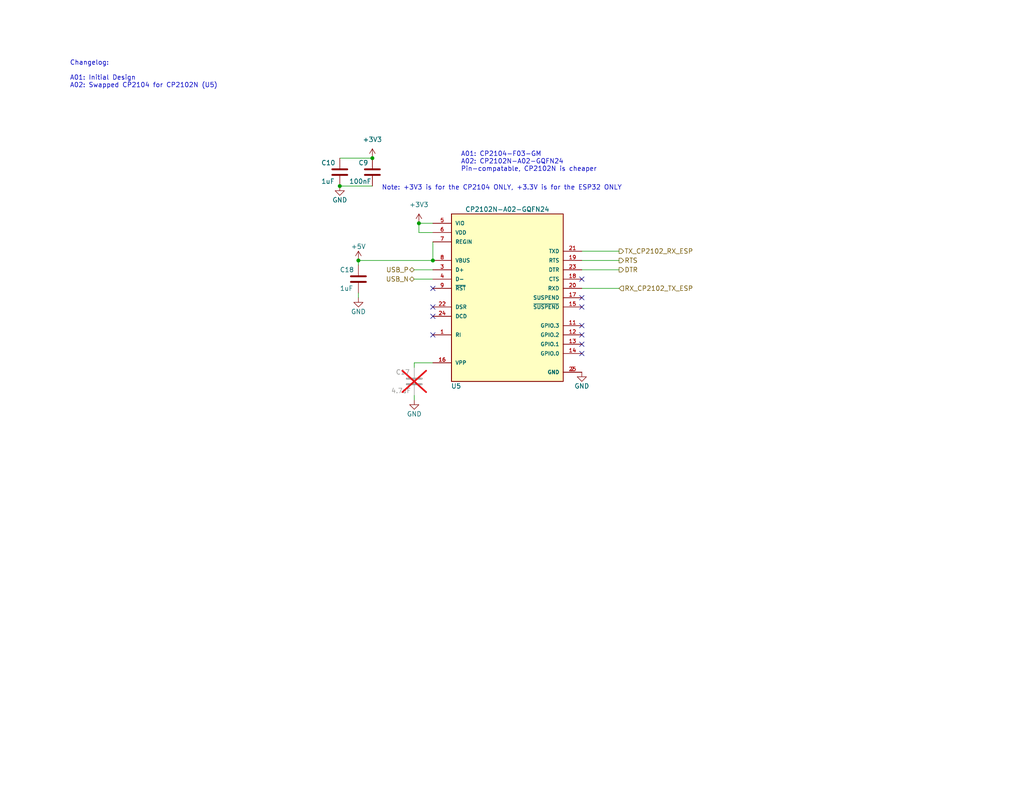
<source format=kicad_sch>
(kicad_sch (version 20230121) (generator eeschema)
  (paper "USLetter")
  (title_block (title "RGB LED Driver Demo Board") (date "2024-01-02") (rev "A02") (company "The Art and Science of PCB Design"))
  (lib_symbols
    (symbol "CP2104-F03-GM:CP2104-F03-GM" (pin_names (offset 1.016))
      (property "Reference" "U5" (at -13.97 -24.13 0))
      (property "Value" "CP2104-F03-GM" (at 0 24.13 0))
      (symbol "CP2104-F03-GM_0_0"
        (rectangle (start -15.24 -22.86) (end 15.24 22.86) (stroke (width 0.254)) (fill (type background)))
        (pin input line (at -20.32 -10.16 0) (length 5.08) (name "RI") (number "1"))
        (pin bidirectional line (at 20.32 -7.62 180) (length 5.08) (name "GPIO.3") (number "11"))
        (pin bidirectional line (at 20.32 -10.16 180) (length 5.08) (name "GPIO.2") (number "12"))
        (pin bidirectional line (at 20.32 -12.7 180) (length 5.08) (name "GPIO.1") (number "13"))
        (pin bidirectional line (at 20.32 -15.24 180) (length 5.08) (name "GPIO.0") (number "14"))
        (pin output line (at 20.32 -2.54 180) (length 5.08) (name "~{SUSPEND}") (number "15"))
        (pin passive line (at -20.32 -17.78 0) (length 5.08) (name "VPP") (number "16"))
        (pin output line (at 20.32 0 180) (length 5.08) (name "SUSPEND") (number "17"))
        (pin input line (at 20.32 5.08 180) (length 5.08) (name "CTS") (number "18"))
        (pin output line (at 20.32 10.16 180) (length 5.08) (name "RTS") (number "19"))
        (pin power_in line (at 20.32 -20.32 180) (length 5.08) (name "GND") (number "2"))
        (pin input line (at 20.32 2.54 180) (length 5.08) (name "RXD") (number "20"))
        (pin output line (at 20.32 12.7 180) (length 5.08) (name "TXD") (number "21"))
        (pin input line (at -20.32 -2.54 0) (length 5.08) (name "DSR") (number "22"))
        (pin output line (at 20.32 7.62 180) (length 5.08) (name "DTR") (number "23"))
        (pin input line (at -20.32 -5.08 0) (length 5.08) (name "DCD") (number "24"))
        (pin power_in line (at 20.32 -20.32 180) (length 5.08) (name "GND") (number "25"))
        (pin bidirectional line (at -20.32 7.62 0) (length 5.08) (name "D+") (number "3"))
        (pin bidirectional line (at -20.32 5.08 0) (length 5.08) (name "D-") (number "4"))
        (pin power_in line (at -20.32 20.32 0) (length 5.08) (name "VIO") (number "5"))
        (pin power_in line (at -20.32 17.78 0) (length 5.08) (name "VDD") (number "6"))
        (pin input line (at -20.32 15.24 0) (length 5.08) (name "REGIN") (number "7"))
        (pin input line (at -20.32 10.16 0) (length 5.08) (name "VBUS") (number "8"))
        (pin input line (at -20.32 2.54 0) (length 5.08) (name "~{RST}") (number "9"))
      )
    )
    (symbol "Device:C" (pin_numbers hide) (pin_names (offset 0.254))
      (property "Reference" "C" (at 0.635 2.54 0))
      (property "Value" "C" (at 0.635 -2.54 0))
      (symbol "C_0_1"
        (polyline (pts (xy -2.032 -0.762) (xy 2.032 -0.762)) (stroke (width 0.508)))
        (polyline (pts (xy -2.032 0.762) (xy 2.032 0.762)) (stroke (width 0.508)))
      )
      (symbol "C_1_1"
        (pin passive line (at 0 3.81 270) (length 2.794) (name "~") (number "1"))
        (pin passive line (at 0 -3.81 90) (length 2.794) (name "~") (number "2"))
      )
    )
    (symbol "power:+3V3" (power) (pin_names (offset 0))
      (property "Value" "+3V3" (at 0 3.556 0))
      (symbol "+3V3_0_1"
        (polyline (pts (xy -0.762 1.27) (xy 0 2.54)))
        (polyline (pts (xy 0 0) (xy 0 2.54)))
        (polyline (pts (xy 0 2.54) (xy 0.762 1.27)))
      )
      (symbol "+3V3_1_1"
        (pin power_in line (at 0 0 90) (length 0) hide (name "+3V3") (number "1"))
      )
    )
    (symbol "power:+5V" (power) (pin_names (offset 0))
      (property "Value" "+5V" (at 0 3.556 0))
      (symbol "+5V_0_1"
        (polyline (pts (xy -0.762 1.27) (xy 0 2.54)))
        (polyline (pts (xy 0 0) (xy 0 2.54)))
        (polyline (pts (xy 0 2.54) (xy 0.762 1.27)))
      )
      (symbol "+5V_1_1"
        (pin power_in line (at 0 0 90) (length 0) hide (name "+5V") (number "1"))
      )
    )
    (symbol "power:GND" (power) (pin_names (offset 0))
      (property "Value" "GND" (at 0 -3.81 0))
      (symbol "GND_0_1"
        (polyline (pts (xy 0 0) (xy 0 -1.27) (xy 1.27 -1.27) (xy 0 -2.54) (xy -1.27 -1.27) (xy 0 -1.27)))
      )
      (symbol "GND_1_1"
        (pin power_in line (at 0 0 270) (length 0) hide (name "GND") (number "1"))
      )
    )
  )
  (junction (at 92.71 50.8))
  (junction (at 114.3 60.96))
  (junction (at 101.6 43.18))
  (junction (at 118.11 71.12))
  (junction (at 97.79 71.12))
  (no_connect (at 158.75 76.2))
  (no_connect (at 118.11 78.74))
  (no_connect (at 158.75 91.44))
  (no_connect (at 158.75 81.28))
  (no_connect (at 158.75 93.98))
  (no_connect (at 118.11 86.36))
  (no_connect (at 118.11 91.44))
  (no_connect (at 158.75 83.82))
  (no_connect (at 158.75 96.52))
  (no_connect (at 118.11 83.82))
  (no_connect (at 158.75 88.9))
  (wire (pts (xy 113.03 99.06) (xy 113.03 100.33)))
  (wire (pts (xy 158.75 71.12) (xy 168.91 71.12)))
  (wire (pts (xy 113.03 76.2) (xy 118.11 76.2)))
  (wire (pts (xy 158.75 73.66) (xy 168.91 73.66)))
  (wire (pts (xy 114.3 60.96) (xy 114.3 63.5)))
  (wire (pts (xy 158.75 68.58) (xy 168.91 68.58)))
  (wire (pts (xy 118.11 99.06) (xy 113.03 99.06)))
  (wire (pts (xy 118.11 66.04) (xy 118.11 71.12)))
  (wire (pts (xy 92.71 50.8) (xy 101.6 50.8)))
  (wire (pts (xy 113.03 73.66) (xy 118.11 73.66)))
  (wire (pts (xy 114.3 63.5) (xy 118.11 63.5)))
  (wire (pts (xy 113.03 107.95) (xy 113.03 109.22)))
  (wire (pts (xy 92.71 43.18) (xy 101.6 43.18)))
  (wire (pts (xy 97.79 71.12) (xy 118.11 71.12)))
  (wire (pts (xy 114.3 60.96) (xy 118.11 60.96)))
  (wire (pts (xy 97.79 72.39) (xy 97.79 71.12)))
  (wire (pts (xy 158.75 78.74) (xy 168.91 78.74)))
  (wire (pts (xy 97.79 81.28) (xy 97.79 80.01)))
  (text "Note: +3V3 is for the CP2104 ONLY, +3.3V is for the ESP32 ONLY" (at 104.14 52.07 0) (effects (font (size 1.27 1.27)) (justify left bottom)))
  (text "A01: CP2104-F03-GM\nA02: CP2102N-A02-GQFN24\nPin-compatable, CP2102N is cheaper" (at 125.73 46.99 0) (effects (font (size 1.27 1.27)) (justify left bottom)))
  (text "Changelog:\n\nA01: Initial Design\nA02: Swapped CP2104 for CP2102N (U5)" (at 19.05 24.13 0) (effects (font (size 1.27 1.27)) (justify left bottom)))
  (hierarchical_label "DTR" (shape output) (at 168.91 73.66 0))
  (hierarchical_label "RX_CP2102_TX_ESP" (shape input) (at 168.91 78.74 0))
  (hierarchical_label "TX_CP2102_RX_ESP" (shape output) (at 168.91 68.58 0))
  (hierarchical_label "USB_P" (shape bidirectional) (at 113.03 73.66 180))
  (hierarchical_label "RTS" (shape output) (at 168.91 71.12 0))
  (hierarchical_label "USB_N" (shape bidirectional) (at 113.03 76.2 180))
  (symbol (lib_id "Device:C") (at 101.6 46.99 0) (unit 1)
    (property "Reference" "C9" (at 97.79 44.45 0) (effects (justify left)))
    (property "Value" "100nF" (at 95.25 49.53 0) (effects (justify left)))
    (property "Footprint" "Capacitor_SMD:C_0805_2012Metric_Pad1.18x1.45mm_HandSolder" (effects hide))
    (property "Digikey PN" "1276-1003-1-ND" (effects hide))
    (property "MPN" "CL21B104KBCNNNC" (effects hide))
  )
  (symbol (lib_id "power:GND") (at 97.79 81.28 0) (unit 1)
    (property "Reference" "#PWR061" (effects hide))
    (property "Value" "GND" (at 97.79 85.09 0))
  )
  (symbol (lib_id "power:+5V") (at 97.79 71.12 0) (unit 1)
    (property "Reference" "#PWR046" (effects hide))
    (property "Value" "+5V" (at 97.79 67.31 0))
  )
  (symbol (lib_id "power:+3V3") (at 101.6 43.18 0) (unit 1)
    (property "Reference" "#PWR059" (effects hide))
    (property "Value" "+3V3" (at 101.6 38.1 0))
  )
  (symbol (lib_id "CP2104-F03-GM:CP2104-F03-GM") (at 138.43 81.28 0) (unit 1)
    (property "Reference" "U5" (at 124.46 105.41 0))
    (property "Value" "CP2102N-A02-GQFN24" (at 138.43 57.15 0))
    (property "Footprint" "Package_DFN_QFN:QFN-24-1EP_4x4mm_P0.5mm_EP2.6x2.6mm" (effects hide))
    (property "Datasheet" "https://www.silabs.com/documents/public/data-sheets/cp2102n-datasheet.pdf" (effects hide))
    (property "Digikey PN" "336-4146-1-ND" (effects hide))
    (property "MPN" "CP2102N-A02-GQFN24" (effects hide))
  )
  (symbol (lib_id "Device:C") (at 92.71 46.99 0) (unit 1)
    (property "Reference" "C10" (at 87.63 44.45 0) (effects (justify left)))
    (property "Value" "1uF" (at 87.63 49.53 0) (effects (justify left)))
    (property "Footprint" "Capacitor_SMD:C_0805_2012Metric_Pad1.18x1.45mm_HandSolder" (effects hide))
    (property "Digikey PN" "1276-1029-1-ND" (effects hide))
    (property "MPN" "CL21B105KBFNNNE" (effects hide))
  )
  (symbol (lib_id "power:GND") (at 92.71 50.8 0) (unit 1)
    (property "Reference" "#PWR019" (effects hide))
    (property "Value" "GND" (at 92.71 54.61 0))
  )
  (symbol (lib_id "power:+3V3") (at 114.3 60.96 0) (unit 1)
    (property "Reference" "#PWR018" (effects hide))
    (property "Value" "+3V3" (at 114.3 55.88 0))
  )
  (symbol (lib_id "Device:C") (at 97.79 76.2 0) (unit 1)
    (property "Reference" "C18" (at 92.71 73.66 0) (effects (justify left)))
    (property "Value" "1uF" (at 92.71 78.74 0) (effects (justify left)))
    (property "Footprint" "Capacitor_SMD:C_0805_2012Metric_Pad1.18x1.45mm_HandSolder" (effects hide))
    (property "Digikey PN" "1276-1029-1-ND" (effects hide))
    (property "MPN" "CL21B105KBFNNNE" (effects hide))
  )
  (symbol (lib_id "power:GND") (at 113.03 109.22 0) (unit 1)
    (property "Reference" "#PWR060" (effects hide))
    (property "Value" "GND" (at 113.03 113.03 0))
  )
  (symbol (lib_id "power:GND") (at 158.75 101.6 0) (unit 1)
    (property "Reference" "#PWR020" (effects hide))
    (property "Value" "GND" (at 158.75 105.41 0))
  )
  (symbol (lib_id "Device:C") (at 113.03 104.14 0) (unit 1) (dnp yes)
    (property "Reference" "C17" (at 107.95 101.6 0) (effects (justify left)))
    (property "Value" "4.7uF" (at 106.68 106.68 0) (effects (justify left)))
    (property "Footprint" "Capacitor_SMD:C_0805_2012Metric_Pad1.18x1.45mm_HandSolder" (effects hide))
    (property "Digikey PN" "445-5980-1-ND" (effects hide))
    (property "MPN" "C2012X5R1H475K125AB" (effects hide))
  )
)
</source>
